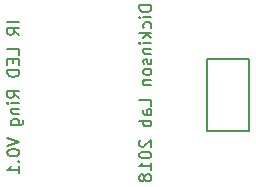
<source format=gbr>
G04 #@! TF.FileFunction,Legend,Bot*
%FSLAX46Y46*%
G04 Gerber Fmt 4.6, Leading zero omitted, Abs format (unit mm)*
G04 Created by KiCad (PCBNEW 4.0.7-e2-6376~58~ubuntu16.04.1) date Fri Jun  1 11:33:50 2018*
%MOMM*%
%LPD*%
G01*
G04 APERTURE LIST*
%ADD10C,0.100000*%
%ADD11C,0.203200*%
%ADD12C,0.200000*%
G04 APERTURE END LIST*
D10*
D11*
X56974619Y-43246525D02*
X55958619Y-43246525D01*
X55958619Y-43488430D01*
X56007000Y-43633572D01*
X56103762Y-43730334D01*
X56200524Y-43778715D01*
X56394048Y-43827096D01*
X56539190Y-43827096D01*
X56732714Y-43778715D01*
X56829476Y-43730334D01*
X56926238Y-43633572D01*
X56974619Y-43488430D01*
X56974619Y-43246525D01*
X56974619Y-44262525D02*
X56297286Y-44262525D01*
X55958619Y-44262525D02*
X56007000Y-44214144D01*
X56055381Y-44262525D01*
X56007000Y-44310906D01*
X55958619Y-44262525D01*
X56055381Y-44262525D01*
X56926238Y-45181763D02*
X56974619Y-45085001D01*
X56974619Y-44891478D01*
X56926238Y-44794716D01*
X56877857Y-44746335D01*
X56781095Y-44697954D01*
X56490810Y-44697954D01*
X56394048Y-44746335D01*
X56345667Y-44794716D01*
X56297286Y-44891478D01*
X56297286Y-45085001D01*
X56345667Y-45181763D01*
X56974619Y-45617192D02*
X55958619Y-45617192D01*
X56587571Y-45713954D02*
X56974619Y-46004239D01*
X56297286Y-46004239D02*
X56684333Y-45617192D01*
X56974619Y-46439668D02*
X56297286Y-46439668D01*
X55958619Y-46439668D02*
X56007000Y-46391287D01*
X56055381Y-46439668D01*
X56007000Y-46488049D01*
X55958619Y-46439668D01*
X56055381Y-46439668D01*
X56297286Y-46923478D02*
X56974619Y-46923478D01*
X56394048Y-46923478D02*
X56345667Y-46971859D01*
X56297286Y-47068621D01*
X56297286Y-47213763D01*
X56345667Y-47310525D01*
X56442429Y-47358906D01*
X56974619Y-47358906D01*
X56926238Y-47794335D02*
X56974619Y-47891097D01*
X56974619Y-48084621D01*
X56926238Y-48181382D01*
X56829476Y-48229763D01*
X56781095Y-48229763D01*
X56684333Y-48181382D01*
X56635952Y-48084621D01*
X56635952Y-47939478D01*
X56587571Y-47842716D01*
X56490810Y-47794335D01*
X56442429Y-47794335D01*
X56345667Y-47842716D01*
X56297286Y-47939478D01*
X56297286Y-48084621D01*
X56345667Y-48181382D01*
X56974619Y-48810335D02*
X56926238Y-48713573D01*
X56877857Y-48665192D01*
X56781095Y-48616811D01*
X56490810Y-48616811D01*
X56394048Y-48665192D01*
X56345667Y-48713573D01*
X56297286Y-48810335D01*
X56297286Y-48955477D01*
X56345667Y-49052239D01*
X56394048Y-49100620D01*
X56490810Y-49149001D01*
X56781095Y-49149001D01*
X56877857Y-49100620D01*
X56926238Y-49052239D01*
X56974619Y-48955477D01*
X56974619Y-48810335D01*
X56297286Y-49584430D02*
X56974619Y-49584430D01*
X56394048Y-49584430D02*
X56345667Y-49632811D01*
X56297286Y-49729573D01*
X56297286Y-49874715D01*
X56345667Y-49971477D01*
X56442429Y-50019858D01*
X56974619Y-50019858D01*
X56974619Y-51761572D02*
X56974619Y-51277763D01*
X55958619Y-51277763D01*
X56974619Y-52535667D02*
X56442429Y-52535667D01*
X56345667Y-52487286D01*
X56297286Y-52390524D01*
X56297286Y-52197001D01*
X56345667Y-52100239D01*
X56926238Y-52535667D02*
X56974619Y-52438905D01*
X56974619Y-52197001D01*
X56926238Y-52100239D01*
X56829476Y-52051858D01*
X56732714Y-52051858D01*
X56635952Y-52100239D01*
X56587571Y-52197001D01*
X56587571Y-52438905D01*
X56539190Y-52535667D01*
X56974619Y-53019477D02*
X55958619Y-53019477D01*
X56345667Y-53019477D02*
X56297286Y-53116239D01*
X56297286Y-53309762D01*
X56345667Y-53406524D01*
X56394048Y-53454905D01*
X56490810Y-53503286D01*
X56781095Y-53503286D01*
X56877857Y-53454905D01*
X56926238Y-53406524D01*
X56974619Y-53309762D01*
X56974619Y-53116239D01*
X56926238Y-53019477D01*
X56055381Y-54664429D02*
X56007000Y-54712810D01*
X55958619Y-54809572D01*
X55958619Y-55051476D01*
X56007000Y-55148238D01*
X56055381Y-55196619D01*
X56152143Y-55245000D01*
X56248905Y-55245000D01*
X56394048Y-55196619D01*
X56974619Y-54616048D01*
X56974619Y-55245000D01*
X55958619Y-55873953D02*
X55958619Y-55970714D01*
X56007000Y-56067476D01*
X56055381Y-56115857D01*
X56152143Y-56164238D01*
X56345667Y-56212619D01*
X56587571Y-56212619D01*
X56781095Y-56164238D01*
X56877857Y-56115857D01*
X56926238Y-56067476D01*
X56974619Y-55970714D01*
X56974619Y-55873953D01*
X56926238Y-55777191D01*
X56877857Y-55728810D01*
X56781095Y-55680429D01*
X56587571Y-55632048D01*
X56345667Y-55632048D01*
X56152143Y-55680429D01*
X56055381Y-55728810D01*
X56007000Y-55777191D01*
X55958619Y-55873953D01*
X56974619Y-57180238D02*
X56974619Y-56599667D01*
X56974619Y-56889953D02*
X55958619Y-56889953D01*
X56103762Y-56793191D01*
X56200524Y-56696429D01*
X56248905Y-56599667D01*
X56394048Y-57760810D02*
X56345667Y-57664048D01*
X56297286Y-57615667D01*
X56200524Y-57567286D01*
X56152143Y-57567286D01*
X56055381Y-57615667D01*
X56007000Y-57664048D01*
X55958619Y-57760810D01*
X55958619Y-57954333D01*
X56007000Y-58051095D01*
X56055381Y-58099476D01*
X56152143Y-58147857D01*
X56200524Y-58147857D01*
X56297286Y-58099476D01*
X56345667Y-58051095D01*
X56394048Y-57954333D01*
X56394048Y-57760810D01*
X56442429Y-57664048D01*
X56490810Y-57615667D01*
X56587571Y-57567286D01*
X56781095Y-57567286D01*
X56877857Y-57615667D01*
X56926238Y-57664048D01*
X56974619Y-57760810D01*
X56974619Y-57954333D01*
X56926238Y-58051095D01*
X56877857Y-58099476D01*
X56781095Y-58147857D01*
X56587571Y-58147857D01*
X56490810Y-58099476D01*
X56442429Y-58051095D01*
X56394048Y-57954333D01*
X45798619Y-44691905D02*
X44782619Y-44691905D01*
X45798619Y-45756286D02*
X45314810Y-45417620D01*
X45798619Y-45175715D02*
X44782619Y-45175715D01*
X44782619Y-45562762D01*
X44831000Y-45659524D01*
X44879381Y-45707905D01*
X44976143Y-45756286D01*
X45121286Y-45756286D01*
X45218048Y-45707905D01*
X45266429Y-45659524D01*
X45314810Y-45562762D01*
X45314810Y-45175715D01*
X45798619Y-47449619D02*
X45798619Y-46965810D01*
X44782619Y-46965810D01*
X45266429Y-47788286D02*
X45266429Y-48126952D01*
X45798619Y-48272095D02*
X45798619Y-47788286D01*
X44782619Y-47788286D01*
X44782619Y-48272095D01*
X45798619Y-48707524D02*
X44782619Y-48707524D01*
X44782619Y-48949429D01*
X44831000Y-49094571D01*
X44927762Y-49191333D01*
X45024524Y-49239714D01*
X45218048Y-49288095D01*
X45363190Y-49288095D01*
X45556714Y-49239714D01*
X45653476Y-49191333D01*
X45750238Y-49094571D01*
X45798619Y-48949429D01*
X45798619Y-48707524D01*
X45798619Y-51078190D02*
X45314810Y-50739524D01*
X45798619Y-50497619D02*
X44782619Y-50497619D01*
X44782619Y-50884666D01*
X44831000Y-50981428D01*
X44879381Y-51029809D01*
X44976143Y-51078190D01*
X45121286Y-51078190D01*
X45218048Y-51029809D01*
X45266429Y-50981428D01*
X45314810Y-50884666D01*
X45314810Y-50497619D01*
X45798619Y-51513619D02*
X45121286Y-51513619D01*
X44782619Y-51513619D02*
X44831000Y-51465238D01*
X44879381Y-51513619D01*
X44831000Y-51562000D01*
X44782619Y-51513619D01*
X44879381Y-51513619D01*
X45121286Y-51997429D02*
X45798619Y-51997429D01*
X45218048Y-51997429D02*
X45169667Y-52045810D01*
X45121286Y-52142572D01*
X45121286Y-52287714D01*
X45169667Y-52384476D01*
X45266429Y-52432857D01*
X45798619Y-52432857D01*
X45121286Y-53352095D02*
X45943762Y-53352095D01*
X46040524Y-53303714D01*
X46088905Y-53255333D01*
X46137286Y-53158572D01*
X46137286Y-53013429D01*
X46088905Y-52916667D01*
X45750238Y-53352095D02*
X45798619Y-53255333D01*
X45798619Y-53061810D01*
X45750238Y-52965048D01*
X45701857Y-52916667D01*
X45605095Y-52868286D01*
X45314810Y-52868286D01*
X45218048Y-52916667D01*
X45169667Y-52965048D01*
X45121286Y-53061810D01*
X45121286Y-53255333D01*
X45169667Y-53352095D01*
X44782619Y-54464857D02*
X45798619Y-54803524D01*
X44782619Y-55142190D01*
X44782619Y-55674381D02*
X44782619Y-55771142D01*
X44831000Y-55867904D01*
X44879381Y-55916285D01*
X44976143Y-55964666D01*
X45169667Y-56013047D01*
X45411571Y-56013047D01*
X45605095Y-55964666D01*
X45701857Y-55916285D01*
X45750238Y-55867904D01*
X45798619Y-55771142D01*
X45798619Y-55674381D01*
X45750238Y-55577619D01*
X45701857Y-55529238D01*
X45605095Y-55480857D01*
X45411571Y-55432476D01*
X45169667Y-55432476D01*
X44976143Y-55480857D01*
X44879381Y-55529238D01*
X44831000Y-55577619D01*
X44782619Y-55674381D01*
X45701857Y-56448476D02*
X45750238Y-56496857D01*
X45798619Y-56448476D01*
X45750238Y-56400095D01*
X45701857Y-56448476D01*
X45798619Y-56448476D01*
X45798619Y-57464476D02*
X45798619Y-56883905D01*
X45798619Y-57174191D02*
X44782619Y-57174191D01*
X44927762Y-57077429D01*
X45024524Y-56980667D01*
X45072905Y-56883905D01*
D12*
X65278000Y-47752000D02*
X61722000Y-47752000D01*
X65278000Y-53848000D02*
X65278000Y-47752000D01*
X61722000Y-53848000D02*
X65278000Y-53848000D01*
X61722000Y-47752000D02*
X61722000Y-53848000D01*
M02*

</source>
